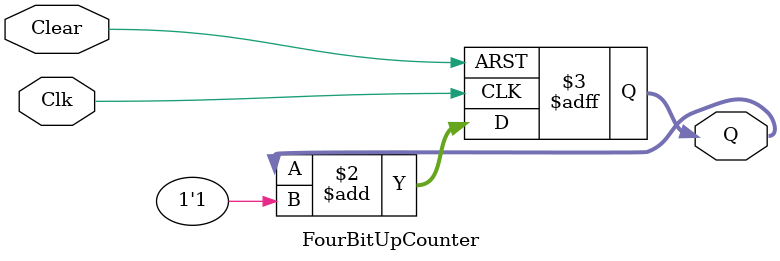
<source format=v>
module FourBitUpCounter(Clk, Clear, Q);
	input Clk, Clear;
	output reg [3:0] Q;
	
	always @ (posedge Clk or posedge Clear) begin
		if (Clear)
			Q = 4'b0000;
		else
			Q = Q + 1'b1;
	end
endmodule
</source>
